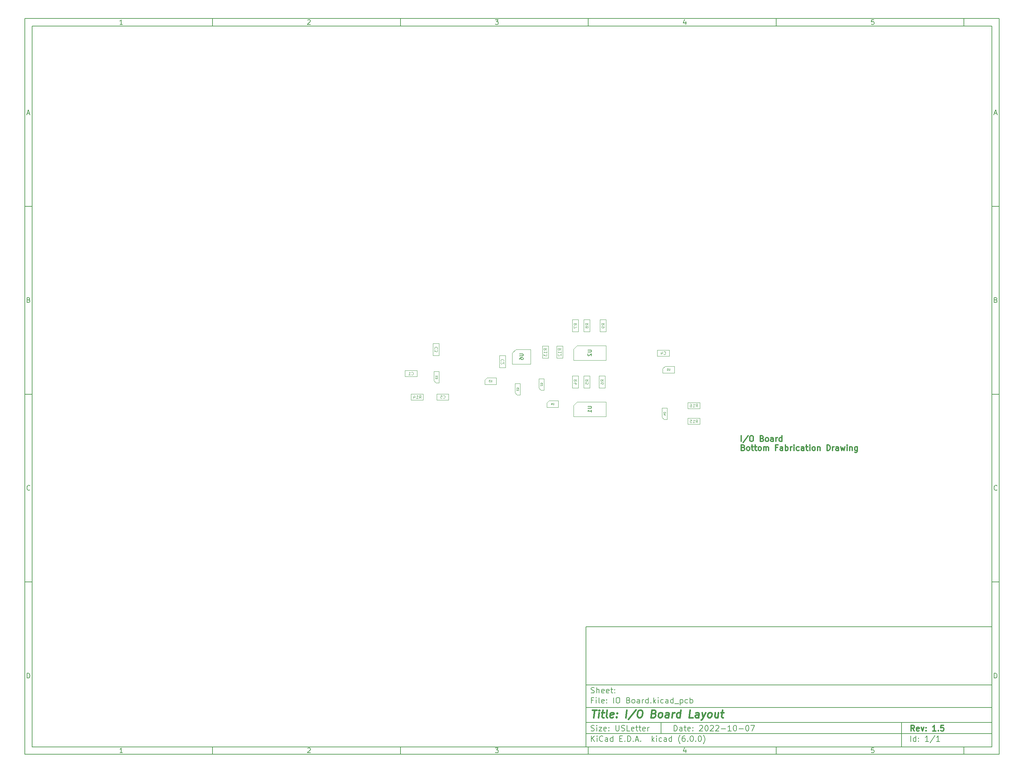
<source format=gbr>
G04 #@! TF.GenerationSoftware,KiCad,Pcbnew,(6.0.0)*
G04 #@! TF.CreationDate,2023-02-09T15:45:20-05:00*
G04 #@! TF.ProjectId,IO Board,494f2042-6f61-4726-942e-6b696361645f,1.5*
G04 #@! TF.SameCoordinates,Original*
G04 #@! TF.FileFunction,AssemblyDrawing,Bot*
%FSLAX46Y46*%
G04 Gerber Fmt 4.6, Leading zero omitted, Abs format (unit mm)*
G04 Created by KiCad (PCBNEW (6.0.0)) date 2023-02-09 15:45:20*
%MOMM*%
%LPD*%
G01*
G04 APERTURE LIST*
%ADD10C,0.100000*%
%ADD11C,0.150000*%
%ADD12C,0.300000*%
%ADD13C,0.400000*%
%ADD14C,0.075000*%
%ADD15C,0.120000*%
G04 APERTURE END LIST*
D10*
D11*
X159400000Y-171900000D02*
X159400000Y-203900000D01*
X267400000Y-203900000D01*
X267400000Y-171900000D01*
X159400000Y-171900000D01*
D10*
D11*
X10000000Y-10000000D02*
X10000000Y-205900000D01*
X269400000Y-205900000D01*
X269400000Y-10000000D01*
X10000000Y-10000000D01*
D10*
D11*
X12000000Y-12000000D02*
X12000000Y-203900000D01*
X267400000Y-203900000D01*
X267400000Y-12000000D01*
X12000000Y-12000000D01*
D10*
D11*
X60000000Y-12000000D02*
X60000000Y-10000000D01*
D10*
D11*
X110000000Y-12000000D02*
X110000000Y-10000000D01*
D10*
D11*
X160000000Y-12000000D02*
X160000000Y-10000000D01*
D10*
D11*
X210000000Y-12000000D02*
X210000000Y-10000000D01*
D10*
D11*
X260000000Y-12000000D02*
X260000000Y-10000000D01*
D10*
D11*
X36065476Y-11588095D02*
X35322619Y-11588095D01*
X35694047Y-11588095D02*
X35694047Y-10288095D01*
X35570238Y-10473809D01*
X35446428Y-10597619D01*
X35322619Y-10659523D01*
D10*
D11*
X85322619Y-10411904D02*
X85384523Y-10350000D01*
X85508333Y-10288095D01*
X85817857Y-10288095D01*
X85941666Y-10350000D01*
X86003571Y-10411904D01*
X86065476Y-10535714D01*
X86065476Y-10659523D01*
X86003571Y-10845238D01*
X85260714Y-11588095D01*
X86065476Y-11588095D01*
D10*
D11*
X135260714Y-10288095D02*
X136065476Y-10288095D01*
X135632142Y-10783333D01*
X135817857Y-10783333D01*
X135941666Y-10845238D01*
X136003571Y-10907142D01*
X136065476Y-11030952D01*
X136065476Y-11340476D01*
X136003571Y-11464285D01*
X135941666Y-11526190D01*
X135817857Y-11588095D01*
X135446428Y-11588095D01*
X135322619Y-11526190D01*
X135260714Y-11464285D01*
D10*
D11*
X185941666Y-10721428D02*
X185941666Y-11588095D01*
X185632142Y-10226190D02*
X185322619Y-11154761D01*
X186127380Y-11154761D01*
D10*
D11*
X236003571Y-10288095D02*
X235384523Y-10288095D01*
X235322619Y-10907142D01*
X235384523Y-10845238D01*
X235508333Y-10783333D01*
X235817857Y-10783333D01*
X235941666Y-10845238D01*
X236003571Y-10907142D01*
X236065476Y-11030952D01*
X236065476Y-11340476D01*
X236003571Y-11464285D01*
X235941666Y-11526190D01*
X235817857Y-11588095D01*
X235508333Y-11588095D01*
X235384523Y-11526190D01*
X235322619Y-11464285D01*
D10*
D11*
X60000000Y-203900000D02*
X60000000Y-205900000D01*
D10*
D11*
X110000000Y-203900000D02*
X110000000Y-205900000D01*
D10*
D11*
X160000000Y-203900000D02*
X160000000Y-205900000D01*
D10*
D11*
X210000000Y-203900000D02*
X210000000Y-205900000D01*
D10*
D11*
X260000000Y-203900000D02*
X260000000Y-205900000D01*
D10*
D11*
X36065476Y-205488095D02*
X35322619Y-205488095D01*
X35694047Y-205488095D02*
X35694047Y-204188095D01*
X35570238Y-204373809D01*
X35446428Y-204497619D01*
X35322619Y-204559523D01*
D10*
D11*
X85322619Y-204311904D02*
X85384523Y-204250000D01*
X85508333Y-204188095D01*
X85817857Y-204188095D01*
X85941666Y-204250000D01*
X86003571Y-204311904D01*
X86065476Y-204435714D01*
X86065476Y-204559523D01*
X86003571Y-204745238D01*
X85260714Y-205488095D01*
X86065476Y-205488095D01*
D10*
D11*
X135260714Y-204188095D02*
X136065476Y-204188095D01*
X135632142Y-204683333D01*
X135817857Y-204683333D01*
X135941666Y-204745238D01*
X136003571Y-204807142D01*
X136065476Y-204930952D01*
X136065476Y-205240476D01*
X136003571Y-205364285D01*
X135941666Y-205426190D01*
X135817857Y-205488095D01*
X135446428Y-205488095D01*
X135322619Y-205426190D01*
X135260714Y-205364285D01*
D10*
D11*
X185941666Y-204621428D02*
X185941666Y-205488095D01*
X185632142Y-204126190D02*
X185322619Y-205054761D01*
X186127380Y-205054761D01*
D10*
D11*
X236003571Y-204188095D02*
X235384523Y-204188095D01*
X235322619Y-204807142D01*
X235384523Y-204745238D01*
X235508333Y-204683333D01*
X235817857Y-204683333D01*
X235941666Y-204745238D01*
X236003571Y-204807142D01*
X236065476Y-204930952D01*
X236065476Y-205240476D01*
X236003571Y-205364285D01*
X235941666Y-205426190D01*
X235817857Y-205488095D01*
X235508333Y-205488095D01*
X235384523Y-205426190D01*
X235322619Y-205364285D01*
D10*
D11*
X10000000Y-60000000D02*
X12000000Y-60000000D01*
D10*
D11*
X10000000Y-110000000D02*
X12000000Y-110000000D01*
D10*
D11*
X10000000Y-160000000D02*
X12000000Y-160000000D01*
D10*
D11*
X10690476Y-35216666D02*
X11309523Y-35216666D01*
X10566666Y-35588095D02*
X11000000Y-34288095D01*
X11433333Y-35588095D01*
D10*
D11*
X11092857Y-84907142D02*
X11278571Y-84969047D01*
X11340476Y-85030952D01*
X11402380Y-85154761D01*
X11402380Y-85340476D01*
X11340476Y-85464285D01*
X11278571Y-85526190D01*
X11154761Y-85588095D01*
X10659523Y-85588095D01*
X10659523Y-84288095D01*
X11092857Y-84288095D01*
X11216666Y-84350000D01*
X11278571Y-84411904D01*
X11340476Y-84535714D01*
X11340476Y-84659523D01*
X11278571Y-84783333D01*
X11216666Y-84845238D01*
X11092857Y-84907142D01*
X10659523Y-84907142D01*
D10*
D11*
X11402380Y-135464285D02*
X11340476Y-135526190D01*
X11154761Y-135588095D01*
X11030952Y-135588095D01*
X10845238Y-135526190D01*
X10721428Y-135402380D01*
X10659523Y-135278571D01*
X10597619Y-135030952D01*
X10597619Y-134845238D01*
X10659523Y-134597619D01*
X10721428Y-134473809D01*
X10845238Y-134350000D01*
X11030952Y-134288095D01*
X11154761Y-134288095D01*
X11340476Y-134350000D01*
X11402380Y-134411904D01*
D10*
D11*
X10659523Y-185588095D02*
X10659523Y-184288095D01*
X10969047Y-184288095D01*
X11154761Y-184350000D01*
X11278571Y-184473809D01*
X11340476Y-184597619D01*
X11402380Y-184845238D01*
X11402380Y-185030952D01*
X11340476Y-185278571D01*
X11278571Y-185402380D01*
X11154761Y-185526190D01*
X10969047Y-185588095D01*
X10659523Y-185588095D01*
D10*
D11*
X269400000Y-60000000D02*
X267400000Y-60000000D01*
D10*
D11*
X269400000Y-110000000D02*
X267400000Y-110000000D01*
D10*
D11*
X269400000Y-160000000D02*
X267400000Y-160000000D01*
D10*
D11*
X268090476Y-35216666D02*
X268709523Y-35216666D01*
X267966666Y-35588095D02*
X268400000Y-34288095D01*
X268833333Y-35588095D01*
D10*
D11*
X268492857Y-84907142D02*
X268678571Y-84969047D01*
X268740476Y-85030952D01*
X268802380Y-85154761D01*
X268802380Y-85340476D01*
X268740476Y-85464285D01*
X268678571Y-85526190D01*
X268554761Y-85588095D01*
X268059523Y-85588095D01*
X268059523Y-84288095D01*
X268492857Y-84288095D01*
X268616666Y-84350000D01*
X268678571Y-84411904D01*
X268740476Y-84535714D01*
X268740476Y-84659523D01*
X268678571Y-84783333D01*
X268616666Y-84845238D01*
X268492857Y-84907142D01*
X268059523Y-84907142D01*
D10*
D11*
X268802380Y-135464285D02*
X268740476Y-135526190D01*
X268554761Y-135588095D01*
X268430952Y-135588095D01*
X268245238Y-135526190D01*
X268121428Y-135402380D01*
X268059523Y-135278571D01*
X267997619Y-135030952D01*
X267997619Y-134845238D01*
X268059523Y-134597619D01*
X268121428Y-134473809D01*
X268245238Y-134350000D01*
X268430952Y-134288095D01*
X268554761Y-134288095D01*
X268740476Y-134350000D01*
X268802380Y-134411904D01*
D10*
D11*
X268059523Y-185588095D02*
X268059523Y-184288095D01*
X268369047Y-184288095D01*
X268554761Y-184350000D01*
X268678571Y-184473809D01*
X268740476Y-184597619D01*
X268802380Y-184845238D01*
X268802380Y-185030952D01*
X268740476Y-185278571D01*
X268678571Y-185402380D01*
X268554761Y-185526190D01*
X268369047Y-185588095D01*
X268059523Y-185588095D01*
D10*
D11*
X182832142Y-199678571D02*
X182832142Y-198178571D01*
X183189285Y-198178571D01*
X183403571Y-198250000D01*
X183546428Y-198392857D01*
X183617857Y-198535714D01*
X183689285Y-198821428D01*
X183689285Y-199035714D01*
X183617857Y-199321428D01*
X183546428Y-199464285D01*
X183403571Y-199607142D01*
X183189285Y-199678571D01*
X182832142Y-199678571D01*
X184975000Y-199678571D02*
X184975000Y-198892857D01*
X184903571Y-198750000D01*
X184760714Y-198678571D01*
X184475000Y-198678571D01*
X184332142Y-198750000D01*
X184975000Y-199607142D02*
X184832142Y-199678571D01*
X184475000Y-199678571D01*
X184332142Y-199607142D01*
X184260714Y-199464285D01*
X184260714Y-199321428D01*
X184332142Y-199178571D01*
X184475000Y-199107142D01*
X184832142Y-199107142D01*
X184975000Y-199035714D01*
X185475000Y-198678571D02*
X186046428Y-198678571D01*
X185689285Y-198178571D02*
X185689285Y-199464285D01*
X185760714Y-199607142D01*
X185903571Y-199678571D01*
X186046428Y-199678571D01*
X187117857Y-199607142D02*
X186975000Y-199678571D01*
X186689285Y-199678571D01*
X186546428Y-199607142D01*
X186475000Y-199464285D01*
X186475000Y-198892857D01*
X186546428Y-198750000D01*
X186689285Y-198678571D01*
X186975000Y-198678571D01*
X187117857Y-198750000D01*
X187189285Y-198892857D01*
X187189285Y-199035714D01*
X186475000Y-199178571D01*
X187832142Y-199535714D02*
X187903571Y-199607142D01*
X187832142Y-199678571D01*
X187760714Y-199607142D01*
X187832142Y-199535714D01*
X187832142Y-199678571D01*
X187832142Y-198750000D02*
X187903571Y-198821428D01*
X187832142Y-198892857D01*
X187760714Y-198821428D01*
X187832142Y-198750000D01*
X187832142Y-198892857D01*
X189617857Y-198321428D02*
X189689285Y-198250000D01*
X189832142Y-198178571D01*
X190189285Y-198178571D01*
X190332142Y-198250000D01*
X190403571Y-198321428D01*
X190475000Y-198464285D01*
X190475000Y-198607142D01*
X190403571Y-198821428D01*
X189546428Y-199678571D01*
X190475000Y-199678571D01*
X191403571Y-198178571D02*
X191546428Y-198178571D01*
X191689285Y-198250000D01*
X191760714Y-198321428D01*
X191832142Y-198464285D01*
X191903571Y-198750000D01*
X191903571Y-199107142D01*
X191832142Y-199392857D01*
X191760714Y-199535714D01*
X191689285Y-199607142D01*
X191546428Y-199678571D01*
X191403571Y-199678571D01*
X191260714Y-199607142D01*
X191189285Y-199535714D01*
X191117857Y-199392857D01*
X191046428Y-199107142D01*
X191046428Y-198750000D01*
X191117857Y-198464285D01*
X191189285Y-198321428D01*
X191260714Y-198250000D01*
X191403571Y-198178571D01*
X192475000Y-198321428D02*
X192546428Y-198250000D01*
X192689285Y-198178571D01*
X193046428Y-198178571D01*
X193189285Y-198250000D01*
X193260714Y-198321428D01*
X193332142Y-198464285D01*
X193332142Y-198607142D01*
X193260714Y-198821428D01*
X192403571Y-199678571D01*
X193332142Y-199678571D01*
X193903571Y-198321428D02*
X193975000Y-198250000D01*
X194117857Y-198178571D01*
X194475000Y-198178571D01*
X194617857Y-198250000D01*
X194689285Y-198321428D01*
X194760714Y-198464285D01*
X194760714Y-198607142D01*
X194689285Y-198821428D01*
X193832142Y-199678571D01*
X194760714Y-199678571D01*
X195403571Y-199107142D02*
X196546428Y-199107142D01*
X198046428Y-199678571D02*
X197189285Y-199678571D01*
X197617857Y-199678571D02*
X197617857Y-198178571D01*
X197475000Y-198392857D01*
X197332142Y-198535714D01*
X197189285Y-198607142D01*
X198975000Y-198178571D02*
X199117857Y-198178571D01*
X199260714Y-198250000D01*
X199332142Y-198321428D01*
X199403571Y-198464285D01*
X199475000Y-198750000D01*
X199475000Y-199107142D01*
X199403571Y-199392857D01*
X199332142Y-199535714D01*
X199260714Y-199607142D01*
X199117857Y-199678571D01*
X198975000Y-199678571D01*
X198832142Y-199607142D01*
X198760714Y-199535714D01*
X198689285Y-199392857D01*
X198617857Y-199107142D01*
X198617857Y-198750000D01*
X198689285Y-198464285D01*
X198760714Y-198321428D01*
X198832142Y-198250000D01*
X198975000Y-198178571D01*
X200117857Y-199107142D02*
X201260714Y-199107142D01*
X202260714Y-198178571D02*
X202403571Y-198178571D01*
X202546428Y-198250000D01*
X202617857Y-198321428D01*
X202689285Y-198464285D01*
X202760714Y-198750000D01*
X202760714Y-199107142D01*
X202689285Y-199392857D01*
X202617857Y-199535714D01*
X202546428Y-199607142D01*
X202403571Y-199678571D01*
X202260714Y-199678571D01*
X202117857Y-199607142D01*
X202046428Y-199535714D01*
X201975000Y-199392857D01*
X201903571Y-199107142D01*
X201903571Y-198750000D01*
X201975000Y-198464285D01*
X202046428Y-198321428D01*
X202117857Y-198250000D01*
X202260714Y-198178571D01*
X203260714Y-198178571D02*
X204260714Y-198178571D01*
X203617857Y-199678571D01*
D10*
D11*
X159400000Y-200400000D02*
X267400000Y-200400000D01*
D10*
D11*
X160832142Y-202478571D02*
X160832142Y-200978571D01*
X161689285Y-202478571D02*
X161046428Y-201621428D01*
X161689285Y-200978571D02*
X160832142Y-201835714D01*
X162332142Y-202478571D02*
X162332142Y-201478571D01*
X162332142Y-200978571D02*
X162260714Y-201050000D01*
X162332142Y-201121428D01*
X162403571Y-201050000D01*
X162332142Y-200978571D01*
X162332142Y-201121428D01*
X163903571Y-202335714D02*
X163832142Y-202407142D01*
X163617857Y-202478571D01*
X163475000Y-202478571D01*
X163260714Y-202407142D01*
X163117857Y-202264285D01*
X163046428Y-202121428D01*
X162975000Y-201835714D01*
X162975000Y-201621428D01*
X163046428Y-201335714D01*
X163117857Y-201192857D01*
X163260714Y-201050000D01*
X163475000Y-200978571D01*
X163617857Y-200978571D01*
X163832142Y-201050000D01*
X163903571Y-201121428D01*
X165189285Y-202478571D02*
X165189285Y-201692857D01*
X165117857Y-201550000D01*
X164975000Y-201478571D01*
X164689285Y-201478571D01*
X164546428Y-201550000D01*
X165189285Y-202407142D02*
X165046428Y-202478571D01*
X164689285Y-202478571D01*
X164546428Y-202407142D01*
X164475000Y-202264285D01*
X164475000Y-202121428D01*
X164546428Y-201978571D01*
X164689285Y-201907142D01*
X165046428Y-201907142D01*
X165189285Y-201835714D01*
X166546428Y-202478571D02*
X166546428Y-200978571D01*
X166546428Y-202407142D02*
X166403571Y-202478571D01*
X166117857Y-202478571D01*
X165975000Y-202407142D01*
X165903571Y-202335714D01*
X165832142Y-202192857D01*
X165832142Y-201764285D01*
X165903571Y-201621428D01*
X165975000Y-201550000D01*
X166117857Y-201478571D01*
X166403571Y-201478571D01*
X166546428Y-201550000D01*
X168403571Y-201692857D02*
X168903571Y-201692857D01*
X169117857Y-202478571D02*
X168403571Y-202478571D01*
X168403571Y-200978571D01*
X169117857Y-200978571D01*
X169760714Y-202335714D02*
X169832142Y-202407142D01*
X169760714Y-202478571D01*
X169689285Y-202407142D01*
X169760714Y-202335714D01*
X169760714Y-202478571D01*
X170475000Y-202478571D02*
X170475000Y-200978571D01*
X170832142Y-200978571D01*
X171046428Y-201050000D01*
X171189285Y-201192857D01*
X171260714Y-201335714D01*
X171332142Y-201621428D01*
X171332142Y-201835714D01*
X171260714Y-202121428D01*
X171189285Y-202264285D01*
X171046428Y-202407142D01*
X170832142Y-202478571D01*
X170475000Y-202478571D01*
X171975000Y-202335714D02*
X172046428Y-202407142D01*
X171975000Y-202478571D01*
X171903571Y-202407142D01*
X171975000Y-202335714D01*
X171975000Y-202478571D01*
X172617857Y-202050000D02*
X173332142Y-202050000D01*
X172475000Y-202478571D02*
X172975000Y-200978571D01*
X173475000Y-202478571D01*
X173975000Y-202335714D02*
X174046428Y-202407142D01*
X173975000Y-202478571D01*
X173903571Y-202407142D01*
X173975000Y-202335714D01*
X173975000Y-202478571D01*
X176975000Y-202478571D02*
X176975000Y-200978571D01*
X177117857Y-201907142D02*
X177546428Y-202478571D01*
X177546428Y-201478571D02*
X176975000Y-202050000D01*
X178189285Y-202478571D02*
X178189285Y-201478571D01*
X178189285Y-200978571D02*
X178117857Y-201050000D01*
X178189285Y-201121428D01*
X178260714Y-201050000D01*
X178189285Y-200978571D01*
X178189285Y-201121428D01*
X179546428Y-202407142D02*
X179403571Y-202478571D01*
X179117857Y-202478571D01*
X178975000Y-202407142D01*
X178903571Y-202335714D01*
X178832142Y-202192857D01*
X178832142Y-201764285D01*
X178903571Y-201621428D01*
X178975000Y-201550000D01*
X179117857Y-201478571D01*
X179403571Y-201478571D01*
X179546428Y-201550000D01*
X180832142Y-202478571D02*
X180832142Y-201692857D01*
X180760714Y-201550000D01*
X180617857Y-201478571D01*
X180332142Y-201478571D01*
X180189285Y-201550000D01*
X180832142Y-202407142D02*
X180689285Y-202478571D01*
X180332142Y-202478571D01*
X180189285Y-202407142D01*
X180117857Y-202264285D01*
X180117857Y-202121428D01*
X180189285Y-201978571D01*
X180332142Y-201907142D01*
X180689285Y-201907142D01*
X180832142Y-201835714D01*
X182189285Y-202478571D02*
X182189285Y-200978571D01*
X182189285Y-202407142D02*
X182046428Y-202478571D01*
X181760714Y-202478571D01*
X181617857Y-202407142D01*
X181546428Y-202335714D01*
X181475000Y-202192857D01*
X181475000Y-201764285D01*
X181546428Y-201621428D01*
X181617857Y-201550000D01*
X181760714Y-201478571D01*
X182046428Y-201478571D01*
X182189285Y-201550000D01*
X184475000Y-203050000D02*
X184403571Y-202978571D01*
X184260714Y-202764285D01*
X184189285Y-202621428D01*
X184117857Y-202407142D01*
X184046428Y-202050000D01*
X184046428Y-201764285D01*
X184117857Y-201407142D01*
X184189285Y-201192857D01*
X184260714Y-201050000D01*
X184403571Y-200835714D01*
X184475000Y-200764285D01*
X185689285Y-200978571D02*
X185403571Y-200978571D01*
X185260714Y-201050000D01*
X185189285Y-201121428D01*
X185046428Y-201335714D01*
X184975000Y-201621428D01*
X184975000Y-202192857D01*
X185046428Y-202335714D01*
X185117857Y-202407142D01*
X185260714Y-202478571D01*
X185546428Y-202478571D01*
X185689285Y-202407142D01*
X185760714Y-202335714D01*
X185832142Y-202192857D01*
X185832142Y-201835714D01*
X185760714Y-201692857D01*
X185689285Y-201621428D01*
X185546428Y-201550000D01*
X185260714Y-201550000D01*
X185117857Y-201621428D01*
X185046428Y-201692857D01*
X184975000Y-201835714D01*
X186475000Y-202335714D02*
X186546428Y-202407142D01*
X186475000Y-202478571D01*
X186403571Y-202407142D01*
X186475000Y-202335714D01*
X186475000Y-202478571D01*
X187475000Y-200978571D02*
X187617857Y-200978571D01*
X187760714Y-201050000D01*
X187832142Y-201121428D01*
X187903571Y-201264285D01*
X187975000Y-201550000D01*
X187975000Y-201907142D01*
X187903571Y-202192857D01*
X187832142Y-202335714D01*
X187760714Y-202407142D01*
X187617857Y-202478571D01*
X187475000Y-202478571D01*
X187332142Y-202407142D01*
X187260714Y-202335714D01*
X187189285Y-202192857D01*
X187117857Y-201907142D01*
X187117857Y-201550000D01*
X187189285Y-201264285D01*
X187260714Y-201121428D01*
X187332142Y-201050000D01*
X187475000Y-200978571D01*
X188617857Y-202335714D02*
X188689285Y-202407142D01*
X188617857Y-202478571D01*
X188546428Y-202407142D01*
X188617857Y-202335714D01*
X188617857Y-202478571D01*
X189617857Y-200978571D02*
X189760714Y-200978571D01*
X189903571Y-201050000D01*
X189975000Y-201121428D01*
X190046428Y-201264285D01*
X190117857Y-201550000D01*
X190117857Y-201907142D01*
X190046428Y-202192857D01*
X189975000Y-202335714D01*
X189903571Y-202407142D01*
X189760714Y-202478571D01*
X189617857Y-202478571D01*
X189475000Y-202407142D01*
X189403571Y-202335714D01*
X189332142Y-202192857D01*
X189260714Y-201907142D01*
X189260714Y-201550000D01*
X189332142Y-201264285D01*
X189403571Y-201121428D01*
X189475000Y-201050000D01*
X189617857Y-200978571D01*
X190617857Y-203050000D02*
X190689285Y-202978571D01*
X190832142Y-202764285D01*
X190903571Y-202621428D01*
X190975000Y-202407142D01*
X191046428Y-202050000D01*
X191046428Y-201764285D01*
X190975000Y-201407142D01*
X190903571Y-201192857D01*
X190832142Y-201050000D01*
X190689285Y-200835714D01*
X190617857Y-200764285D01*
D10*
D11*
X159400000Y-197400000D02*
X267400000Y-197400000D01*
D10*
D12*
X246809285Y-199678571D02*
X246309285Y-198964285D01*
X245952142Y-199678571D02*
X245952142Y-198178571D01*
X246523571Y-198178571D01*
X246666428Y-198250000D01*
X246737857Y-198321428D01*
X246809285Y-198464285D01*
X246809285Y-198678571D01*
X246737857Y-198821428D01*
X246666428Y-198892857D01*
X246523571Y-198964285D01*
X245952142Y-198964285D01*
X248023571Y-199607142D02*
X247880714Y-199678571D01*
X247595000Y-199678571D01*
X247452142Y-199607142D01*
X247380714Y-199464285D01*
X247380714Y-198892857D01*
X247452142Y-198750000D01*
X247595000Y-198678571D01*
X247880714Y-198678571D01*
X248023571Y-198750000D01*
X248095000Y-198892857D01*
X248095000Y-199035714D01*
X247380714Y-199178571D01*
X248595000Y-198678571D02*
X248952142Y-199678571D01*
X249309285Y-198678571D01*
X249880714Y-199535714D02*
X249952142Y-199607142D01*
X249880714Y-199678571D01*
X249809285Y-199607142D01*
X249880714Y-199535714D01*
X249880714Y-199678571D01*
X249880714Y-198750000D02*
X249952142Y-198821428D01*
X249880714Y-198892857D01*
X249809285Y-198821428D01*
X249880714Y-198750000D01*
X249880714Y-198892857D01*
X252523571Y-199678571D02*
X251666428Y-199678571D01*
X252095000Y-199678571D02*
X252095000Y-198178571D01*
X251952142Y-198392857D01*
X251809285Y-198535714D01*
X251666428Y-198607142D01*
X253166428Y-199535714D02*
X253237857Y-199607142D01*
X253166428Y-199678571D01*
X253095000Y-199607142D01*
X253166428Y-199535714D01*
X253166428Y-199678571D01*
X254595000Y-198178571D02*
X253880714Y-198178571D01*
X253809285Y-198892857D01*
X253880714Y-198821428D01*
X254023571Y-198750000D01*
X254380714Y-198750000D01*
X254523571Y-198821428D01*
X254595000Y-198892857D01*
X254666428Y-199035714D01*
X254666428Y-199392857D01*
X254595000Y-199535714D01*
X254523571Y-199607142D01*
X254380714Y-199678571D01*
X254023571Y-199678571D01*
X253880714Y-199607142D01*
X253809285Y-199535714D01*
D10*
D11*
X160760714Y-199607142D02*
X160975000Y-199678571D01*
X161332142Y-199678571D01*
X161475000Y-199607142D01*
X161546428Y-199535714D01*
X161617857Y-199392857D01*
X161617857Y-199250000D01*
X161546428Y-199107142D01*
X161475000Y-199035714D01*
X161332142Y-198964285D01*
X161046428Y-198892857D01*
X160903571Y-198821428D01*
X160832142Y-198750000D01*
X160760714Y-198607142D01*
X160760714Y-198464285D01*
X160832142Y-198321428D01*
X160903571Y-198250000D01*
X161046428Y-198178571D01*
X161403571Y-198178571D01*
X161617857Y-198250000D01*
X162260714Y-199678571D02*
X162260714Y-198678571D01*
X162260714Y-198178571D02*
X162189285Y-198250000D01*
X162260714Y-198321428D01*
X162332142Y-198250000D01*
X162260714Y-198178571D01*
X162260714Y-198321428D01*
X162832142Y-198678571D02*
X163617857Y-198678571D01*
X162832142Y-199678571D01*
X163617857Y-199678571D01*
X164760714Y-199607142D02*
X164617857Y-199678571D01*
X164332142Y-199678571D01*
X164189285Y-199607142D01*
X164117857Y-199464285D01*
X164117857Y-198892857D01*
X164189285Y-198750000D01*
X164332142Y-198678571D01*
X164617857Y-198678571D01*
X164760714Y-198750000D01*
X164832142Y-198892857D01*
X164832142Y-199035714D01*
X164117857Y-199178571D01*
X165475000Y-199535714D02*
X165546428Y-199607142D01*
X165475000Y-199678571D01*
X165403571Y-199607142D01*
X165475000Y-199535714D01*
X165475000Y-199678571D01*
X165475000Y-198750000D02*
X165546428Y-198821428D01*
X165475000Y-198892857D01*
X165403571Y-198821428D01*
X165475000Y-198750000D01*
X165475000Y-198892857D01*
X167332142Y-198178571D02*
X167332142Y-199392857D01*
X167403571Y-199535714D01*
X167475000Y-199607142D01*
X167617857Y-199678571D01*
X167903571Y-199678571D01*
X168046428Y-199607142D01*
X168117857Y-199535714D01*
X168189285Y-199392857D01*
X168189285Y-198178571D01*
X168832142Y-199607142D02*
X169046428Y-199678571D01*
X169403571Y-199678571D01*
X169546428Y-199607142D01*
X169617857Y-199535714D01*
X169689285Y-199392857D01*
X169689285Y-199250000D01*
X169617857Y-199107142D01*
X169546428Y-199035714D01*
X169403571Y-198964285D01*
X169117857Y-198892857D01*
X168975000Y-198821428D01*
X168903571Y-198750000D01*
X168832142Y-198607142D01*
X168832142Y-198464285D01*
X168903571Y-198321428D01*
X168975000Y-198250000D01*
X169117857Y-198178571D01*
X169475000Y-198178571D01*
X169689285Y-198250000D01*
X171046428Y-199678571D02*
X170332142Y-199678571D01*
X170332142Y-198178571D01*
X172117857Y-199607142D02*
X171975000Y-199678571D01*
X171689285Y-199678571D01*
X171546428Y-199607142D01*
X171475000Y-199464285D01*
X171475000Y-198892857D01*
X171546428Y-198750000D01*
X171689285Y-198678571D01*
X171975000Y-198678571D01*
X172117857Y-198750000D01*
X172189285Y-198892857D01*
X172189285Y-199035714D01*
X171475000Y-199178571D01*
X172617857Y-198678571D02*
X173189285Y-198678571D01*
X172832142Y-198178571D02*
X172832142Y-199464285D01*
X172903571Y-199607142D01*
X173046428Y-199678571D01*
X173189285Y-199678571D01*
X173475000Y-198678571D02*
X174046428Y-198678571D01*
X173689285Y-198178571D02*
X173689285Y-199464285D01*
X173760714Y-199607142D01*
X173903571Y-199678571D01*
X174046428Y-199678571D01*
X175117857Y-199607142D02*
X174975000Y-199678571D01*
X174689285Y-199678571D01*
X174546428Y-199607142D01*
X174475000Y-199464285D01*
X174475000Y-198892857D01*
X174546428Y-198750000D01*
X174689285Y-198678571D01*
X174975000Y-198678571D01*
X175117857Y-198750000D01*
X175189285Y-198892857D01*
X175189285Y-199035714D01*
X174475000Y-199178571D01*
X175832142Y-199678571D02*
X175832142Y-198678571D01*
X175832142Y-198964285D02*
X175903571Y-198821428D01*
X175975000Y-198750000D01*
X176117857Y-198678571D01*
X176260714Y-198678571D01*
D10*
D11*
X245832142Y-202478571D02*
X245832142Y-200978571D01*
X247189285Y-202478571D02*
X247189285Y-200978571D01*
X247189285Y-202407142D02*
X247046428Y-202478571D01*
X246760714Y-202478571D01*
X246617857Y-202407142D01*
X246546428Y-202335714D01*
X246475000Y-202192857D01*
X246475000Y-201764285D01*
X246546428Y-201621428D01*
X246617857Y-201550000D01*
X246760714Y-201478571D01*
X247046428Y-201478571D01*
X247189285Y-201550000D01*
X247903571Y-202335714D02*
X247975000Y-202407142D01*
X247903571Y-202478571D01*
X247832142Y-202407142D01*
X247903571Y-202335714D01*
X247903571Y-202478571D01*
X247903571Y-201550000D02*
X247975000Y-201621428D01*
X247903571Y-201692857D01*
X247832142Y-201621428D01*
X247903571Y-201550000D01*
X247903571Y-201692857D01*
X250546428Y-202478571D02*
X249689285Y-202478571D01*
X250117857Y-202478571D02*
X250117857Y-200978571D01*
X249975000Y-201192857D01*
X249832142Y-201335714D01*
X249689285Y-201407142D01*
X252260714Y-200907142D02*
X250975000Y-202835714D01*
X253546428Y-202478571D02*
X252689285Y-202478571D01*
X253117857Y-202478571D02*
X253117857Y-200978571D01*
X252975000Y-201192857D01*
X252832142Y-201335714D01*
X252689285Y-201407142D01*
D10*
D11*
X159400000Y-193400000D02*
X267400000Y-193400000D01*
D10*
D13*
X161112380Y-194104761D02*
X162255238Y-194104761D01*
X161433809Y-196104761D02*
X161683809Y-194104761D01*
X162671904Y-196104761D02*
X162838571Y-194771428D01*
X162921904Y-194104761D02*
X162814761Y-194200000D01*
X162898095Y-194295238D01*
X163005238Y-194200000D01*
X162921904Y-194104761D01*
X162898095Y-194295238D01*
X163505238Y-194771428D02*
X164267142Y-194771428D01*
X163874285Y-194104761D02*
X163660000Y-195819047D01*
X163731428Y-196009523D01*
X163910000Y-196104761D01*
X164100476Y-196104761D01*
X165052857Y-196104761D02*
X164874285Y-196009523D01*
X164802857Y-195819047D01*
X165017142Y-194104761D01*
X166588571Y-196009523D02*
X166386190Y-196104761D01*
X166005238Y-196104761D01*
X165826666Y-196009523D01*
X165755238Y-195819047D01*
X165850476Y-195057142D01*
X165969523Y-194866666D01*
X166171904Y-194771428D01*
X166552857Y-194771428D01*
X166731428Y-194866666D01*
X166802857Y-195057142D01*
X166779047Y-195247619D01*
X165802857Y-195438095D01*
X167552857Y-195914285D02*
X167636190Y-196009523D01*
X167529047Y-196104761D01*
X167445714Y-196009523D01*
X167552857Y-195914285D01*
X167529047Y-196104761D01*
X167683809Y-194866666D02*
X167767142Y-194961904D01*
X167660000Y-195057142D01*
X167576666Y-194961904D01*
X167683809Y-194866666D01*
X167660000Y-195057142D01*
X170005238Y-196104761D02*
X170255238Y-194104761D01*
X172648095Y-194009523D02*
X170612380Y-196580952D01*
X173683809Y-194104761D02*
X174064761Y-194104761D01*
X174243333Y-194200000D01*
X174410000Y-194390476D01*
X174457619Y-194771428D01*
X174374285Y-195438095D01*
X174231428Y-195819047D01*
X174017142Y-196009523D01*
X173814761Y-196104761D01*
X173433809Y-196104761D01*
X173255238Y-196009523D01*
X173088571Y-195819047D01*
X173040952Y-195438095D01*
X173124285Y-194771428D01*
X173267142Y-194390476D01*
X173481428Y-194200000D01*
X173683809Y-194104761D01*
X177469523Y-195057142D02*
X177743333Y-195152380D01*
X177826666Y-195247619D01*
X177898095Y-195438095D01*
X177862380Y-195723809D01*
X177743333Y-195914285D01*
X177636190Y-196009523D01*
X177433809Y-196104761D01*
X176671904Y-196104761D01*
X176921904Y-194104761D01*
X177588571Y-194104761D01*
X177767142Y-194200000D01*
X177850476Y-194295238D01*
X177921904Y-194485714D01*
X177898095Y-194676190D01*
X177779047Y-194866666D01*
X177671904Y-194961904D01*
X177469523Y-195057142D01*
X176802857Y-195057142D01*
X178957619Y-196104761D02*
X178779047Y-196009523D01*
X178695714Y-195914285D01*
X178624285Y-195723809D01*
X178695714Y-195152380D01*
X178814761Y-194961904D01*
X178921904Y-194866666D01*
X179124285Y-194771428D01*
X179410000Y-194771428D01*
X179588571Y-194866666D01*
X179671904Y-194961904D01*
X179743333Y-195152380D01*
X179671904Y-195723809D01*
X179552857Y-195914285D01*
X179445714Y-196009523D01*
X179243333Y-196104761D01*
X178957619Y-196104761D01*
X181338571Y-196104761D02*
X181469523Y-195057142D01*
X181398095Y-194866666D01*
X181219523Y-194771428D01*
X180838571Y-194771428D01*
X180636190Y-194866666D01*
X181350476Y-196009523D02*
X181148095Y-196104761D01*
X180671904Y-196104761D01*
X180493333Y-196009523D01*
X180421904Y-195819047D01*
X180445714Y-195628571D01*
X180564761Y-195438095D01*
X180767142Y-195342857D01*
X181243333Y-195342857D01*
X181445714Y-195247619D01*
X182290952Y-196104761D02*
X182457619Y-194771428D01*
X182410000Y-195152380D02*
X182529047Y-194961904D01*
X182636190Y-194866666D01*
X182838571Y-194771428D01*
X183029047Y-194771428D01*
X184386190Y-196104761D02*
X184636190Y-194104761D01*
X184398095Y-196009523D02*
X184195714Y-196104761D01*
X183814761Y-196104761D01*
X183636190Y-196009523D01*
X183552857Y-195914285D01*
X183481428Y-195723809D01*
X183552857Y-195152380D01*
X183671904Y-194961904D01*
X183779047Y-194866666D01*
X183981428Y-194771428D01*
X184362380Y-194771428D01*
X184540952Y-194866666D01*
X187814761Y-196104761D02*
X186862380Y-196104761D01*
X187112380Y-194104761D01*
X189338571Y-196104761D02*
X189469523Y-195057142D01*
X189398095Y-194866666D01*
X189219523Y-194771428D01*
X188838571Y-194771428D01*
X188636190Y-194866666D01*
X189350476Y-196009523D02*
X189148095Y-196104761D01*
X188671904Y-196104761D01*
X188493333Y-196009523D01*
X188421904Y-195819047D01*
X188445714Y-195628571D01*
X188564761Y-195438095D01*
X188767142Y-195342857D01*
X189243333Y-195342857D01*
X189445714Y-195247619D01*
X190267142Y-194771428D02*
X190576666Y-196104761D01*
X191219523Y-194771428D02*
X190576666Y-196104761D01*
X190326666Y-196580952D01*
X190219523Y-196676190D01*
X190017142Y-196771428D01*
X192100476Y-196104761D02*
X191921904Y-196009523D01*
X191838571Y-195914285D01*
X191767142Y-195723809D01*
X191838571Y-195152380D01*
X191957619Y-194961904D01*
X192064761Y-194866666D01*
X192267142Y-194771428D01*
X192552857Y-194771428D01*
X192731428Y-194866666D01*
X192814761Y-194961904D01*
X192886190Y-195152380D01*
X192814761Y-195723809D01*
X192695714Y-195914285D01*
X192588571Y-196009523D01*
X192386190Y-196104761D01*
X192100476Y-196104761D01*
X194648095Y-194771428D02*
X194481428Y-196104761D01*
X193790952Y-194771428D02*
X193660000Y-195819047D01*
X193731428Y-196009523D01*
X193910000Y-196104761D01*
X194195714Y-196104761D01*
X194398095Y-196009523D01*
X194505238Y-195914285D01*
X195314761Y-194771428D02*
X196076666Y-194771428D01*
X195683809Y-194104761D02*
X195469523Y-195819047D01*
X195540952Y-196009523D01*
X195719523Y-196104761D01*
X195910000Y-196104761D01*
D10*
D11*
X161332142Y-191492857D02*
X160832142Y-191492857D01*
X160832142Y-192278571D02*
X160832142Y-190778571D01*
X161546428Y-190778571D01*
X162117857Y-192278571D02*
X162117857Y-191278571D01*
X162117857Y-190778571D02*
X162046428Y-190850000D01*
X162117857Y-190921428D01*
X162189285Y-190850000D01*
X162117857Y-190778571D01*
X162117857Y-190921428D01*
X163046428Y-192278571D02*
X162903571Y-192207142D01*
X162832142Y-192064285D01*
X162832142Y-190778571D01*
X164189285Y-192207142D02*
X164046428Y-192278571D01*
X163760714Y-192278571D01*
X163617857Y-192207142D01*
X163546428Y-192064285D01*
X163546428Y-191492857D01*
X163617857Y-191350000D01*
X163760714Y-191278571D01*
X164046428Y-191278571D01*
X164189285Y-191350000D01*
X164260714Y-191492857D01*
X164260714Y-191635714D01*
X163546428Y-191778571D01*
X164903571Y-192135714D02*
X164975000Y-192207142D01*
X164903571Y-192278571D01*
X164832142Y-192207142D01*
X164903571Y-192135714D01*
X164903571Y-192278571D01*
X164903571Y-191350000D02*
X164975000Y-191421428D01*
X164903571Y-191492857D01*
X164832142Y-191421428D01*
X164903571Y-191350000D01*
X164903571Y-191492857D01*
X166760714Y-192278571D02*
X166760714Y-190778571D01*
X167760714Y-190778571D02*
X168046428Y-190778571D01*
X168189285Y-190850000D01*
X168332142Y-190992857D01*
X168403571Y-191278571D01*
X168403571Y-191778571D01*
X168332142Y-192064285D01*
X168189285Y-192207142D01*
X168046428Y-192278571D01*
X167760714Y-192278571D01*
X167617857Y-192207142D01*
X167475000Y-192064285D01*
X167403571Y-191778571D01*
X167403571Y-191278571D01*
X167475000Y-190992857D01*
X167617857Y-190850000D01*
X167760714Y-190778571D01*
X170689285Y-191492857D02*
X170903571Y-191564285D01*
X170975000Y-191635714D01*
X171046428Y-191778571D01*
X171046428Y-191992857D01*
X170975000Y-192135714D01*
X170903571Y-192207142D01*
X170760714Y-192278571D01*
X170189285Y-192278571D01*
X170189285Y-190778571D01*
X170689285Y-190778571D01*
X170832142Y-190850000D01*
X170903571Y-190921428D01*
X170975000Y-191064285D01*
X170975000Y-191207142D01*
X170903571Y-191350000D01*
X170832142Y-191421428D01*
X170689285Y-191492857D01*
X170189285Y-191492857D01*
X171903571Y-192278571D02*
X171760714Y-192207142D01*
X171689285Y-192135714D01*
X171617857Y-191992857D01*
X171617857Y-191564285D01*
X171689285Y-191421428D01*
X171760714Y-191350000D01*
X171903571Y-191278571D01*
X172117857Y-191278571D01*
X172260714Y-191350000D01*
X172332142Y-191421428D01*
X172403571Y-191564285D01*
X172403571Y-191992857D01*
X172332142Y-192135714D01*
X172260714Y-192207142D01*
X172117857Y-192278571D01*
X171903571Y-192278571D01*
X173689285Y-192278571D02*
X173689285Y-191492857D01*
X173617857Y-191350000D01*
X173475000Y-191278571D01*
X173189285Y-191278571D01*
X173046428Y-191350000D01*
X173689285Y-192207142D02*
X173546428Y-192278571D01*
X173189285Y-192278571D01*
X173046428Y-192207142D01*
X172975000Y-192064285D01*
X172975000Y-191921428D01*
X173046428Y-191778571D01*
X173189285Y-191707142D01*
X173546428Y-191707142D01*
X173689285Y-191635714D01*
X174403571Y-192278571D02*
X174403571Y-191278571D01*
X174403571Y-191564285D02*
X174475000Y-191421428D01*
X174546428Y-191350000D01*
X174689285Y-191278571D01*
X174832142Y-191278571D01*
X175975000Y-192278571D02*
X175975000Y-190778571D01*
X175975000Y-192207142D02*
X175832142Y-192278571D01*
X175546428Y-192278571D01*
X175403571Y-192207142D01*
X175332142Y-192135714D01*
X175260714Y-191992857D01*
X175260714Y-191564285D01*
X175332142Y-191421428D01*
X175403571Y-191350000D01*
X175546428Y-191278571D01*
X175832142Y-191278571D01*
X175975000Y-191350000D01*
X176689285Y-192135714D02*
X176760714Y-192207142D01*
X176689285Y-192278571D01*
X176617857Y-192207142D01*
X176689285Y-192135714D01*
X176689285Y-192278571D01*
X177403571Y-192278571D02*
X177403571Y-190778571D01*
X177546428Y-191707142D02*
X177975000Y-192278571D01*
X177975000Y-191278571D02*
X177403571Y-191850000D01*
X178617857Y-192278571D02*
X178617857Y-191278571D01*
X178617857Y-190778571D02*
X178546428Y-190850000D01*
X178617857Y-190921428D01*
X178689285Y-190850000D01*
X178617857Y-190778571D01*
X178617857Y-190921428D01*
X179975000Y-192207142D02*
X179832142Y-192278571D01*
X179546428Y-192278571D01*
X179403571Y-192207142D01*
X179332142Y-192135714D01*
X179260714Y-191992857D01*
X179260714Y-191564285D01*
X179332142Y-191421428D01*
X179403571Y-191350000D01*
X179546428Y-191278571D01*
X179832142Y-191278571D01*
X179975000Y-191350000D01*
X181260714Y-192278571D02*
X181260714Y-191492857D01*
X181189285Y-191350000D01*
X181046428Y-191278571D01*
X180760714Y-191278571D01*
X180617857Y-191350000D01*
X181260714Y-192207142D02*
X181117857Y-192278571D01*
X180760714Y-192278571D01*
X180617857Y-192207142D01*
X180546428Y-192064285D01*
X180546428Y-191921428D01*
X180617857Y-191778571D01*
X180760714Y-191707142D01*
X181117857Y-191707142D01*
X181260714Y-191635714D01*
X182617857Y-192278571D02*
X182617857Y-190778571D01*
X182617857Y-192207142D02*
X182475000Y-192278571D01*
X182189285Y-192278571D01*
X182046428Y-192207142D01*
X181975000Y-192135714D01*
X181903571Y-191992857D01*
X181903571Y-191564285D01*
X181975000Y-191421428D01*
X182046428Y-191350000D01*
X182189285Y-191278571D01*
X182475000Y-191278571D01*
X182617857Y-191350000D01*
X182975000Y-192421428D02*
X184117857Y-192421428D01*
X184475000Y-191278571D02*
X184475000Y-192778571D01*
X184475000Y-191350000D02*
X184617857Y-191278571D01*
X184903571Y-191278571D01*
X185046428Y-191350000D01*
X185117857Y-191421428D01*
X185189285Y-191564285D01*
X185189285Y-191992857D01*
X185117857Y-192135714D01*
X185046428Y-192207142D01*
X184903571Y-192278571D01*
X184617857Y-192278571D01*
X184475000Y-192207142D01*
X186475000Y-192207142D02*
X186332142Y-192278571D01*
X186046428Y-192278571D01*
X185903571Y-192207142D01*
X185832142Y-192135714D01*
X185760714Y-191992857D01*
X185760714Y-191564285D01*
X185832142Y-191421428D01*
X185903571Y-191350000D01*
X186046428Y-191278571D01*
X186332142Y-191278571D01*
X186475000Y-191350000D01*
X187117857Y-192278571D02*
X187117857Y-190778571D01*
X187117857Y-191350000D02*
X187260714Y-191278571D01*
X187546428Y-191278571D01*
X187689285Y-191350000D01*
X187760714Y-191421428D01*
X187832142Y-191564285D01*
X187832142Y-191992857D01*
X187760714Y-192135714D01*
X187689285Y-192207142D01*
X187546428Y-192278571D01*
X187260714Y-192278571D01*
X187117857Y-192207142D01*
D10*
D11*
X159400000Y-187400000D02*
X267400000Y-187400000D01*
D10*
D11*
X160760714Y-189507142D02*
X160975000Y-189578571D01*
X161332142Y-189578571D01*
X161475000Y-189507142D01*
X161546428Y-189435714D01*
X161617857Y-189292857D01*
X161617857Y-189150000D01*
X161546428Y-189007142D01*
X161475000Y-188935714D01*
X161332142Y-188864285D01*
X161046428Y-188792857D01*
X160903571Y-188721428D01*
X160832142Y-188650000D01*
X160760714Y-188507142D01*
X160760714Y-188364285D01*
X160832142Y-188221428D01*
X160903571Y-188150000D01*
X161046428Y-188078571D01*
X161403571Y-188078571D01*
X161617857Y-188150000D01*
X162260714Y-189578571D02*
X162260714Y-188078571D01*
X162903571Y-189578571D02*
X162903571Y-188792857D01*
X162832142Y-188650000D01*
X162689285Y-188578571D01*
X162475000Y-188578571D01*
X162332142Y-188650000D01*
X162260714Y-188721428D01*
X164189285Y-189507142D02*
X164046428Y-189578571D01*
X163760714Y-189578571D01*
X163617857Y-189507142D01*
X163546428Y-189364285D01*
X163546428Y-188792857D01*
X163617857Y-188650000D01*
X163760714Y-188578571D01*
X164046428Y-188578571D01*
X164189285Y-188650000D01*
X164260714Y-188792857D01*
X164260714Y-188935714D01*
X163546428Y-189078571D01*
X165475000Y-189507142D02*
X165332142Y-189578571D01*
X165046428Y-189578571D01*
X164903571Y-189507142D01*
X164832142Y-189364285D01*
X164832142Y-188792857D01*
X164903571Y-188650000D01*
X165046428Y-188578571D01*
X165332142Y-188578571D01*
X165475000Y-188650000D01*
X165546428Y-188792857D01*
X165546428Y-188935714D01*
X164832142Y-189078571D01*
X165975000Y-188578571D02*
X166546428Y-188578571D01*
X166189285Y-188078571D02*
X166189285Y-189364285D01*
X166260714Y-189507142D01*
X166403571Y-189578571D01*
X166546428Y-189578571D01*
X167046428Y-189435714D02*
X167117857Y-189507142D01*
X167046428Y-189578571D01*
X166975000Y-189507142D01*
X167046428Y-189435714D01*
X167046428Y-189578571D01*
X167046428Y-188650000D02*
X167117857Y-188721428D01*
X167046428Y-188792857D01*
X166975000Y-188721428D01*
X167046428Y-188650000D01*
X167046428Y-188792857D01*
D10*
D12*
D10*
D11*
D10*
D11*
D10*
D11*
D10*
D11*
D10*
D11*
X179400000Y-197400000D02*
X179400000Y-200400000D01*
D10*
D11*
X243400000Y-197400000D02*
X243400000Y-203900000D01*
D12*
X200750142Y-122587071D02*
X200750142Y-121087071D01*
X202535857Y-121015642D02*
X201250142Y-122944214D01*
X203321571Y-121087071D02*
X203607285Y-121087071D01*
X203750142Y-121158500D01*
X203893000Y-121301357D01*
X203964428Y-121587071D01*
X203964428Y-122087071D01*
X203893000Y-122372785D01*
X203750142Y-122515642D01*
X203607285Y-122587071D01*
X203321571Y-122587071D01*
X203178714Y-122515642D01*
X203035857Y-122372785D01*
X202964428Y-122087071D01*
X202964428Y-121587071D01*
X203035857Y-121301357D01*
X203178714Y-121158500D01*
X203321571Y-121087071D01*
X206250142Y-121801357D02*
X206464428Y-121872785D01*
X206535857Y-121944214D01*
X206607285Y-122087071D01*
X206607285Y-122301357D01*
X206535857Y-122444214D01*
X206464428Y-122515642D01*
X206321571Y-122587071D01*
X205750142Y-122587071D01*
X205750142Y-121087071D01*
X206250142Y-121087071D01*
X206393000Y-121158500D01*
X206464428Y-121229928D01*
X206535857Y-121372785D01*
X206535857Y-121515642D01*
X206464428Y-121658500D01*
X206393000Y-121729928D01*
X206250142Y-121801357D01*
X205750142Y-121801357D01*
X207464428Y-122587071D02*
X207321571Y-122515642D01*
X207250142Y-122444214D01*
X207178714Y-122301357D01*
X207178714Y-121872785D01*
X207250142Y-121729928D01*
X207321571Y-121658500D01*
X207464428Y-121587071D01*
X207678714Y-121587071D01*
X207821571Y-121658500D01*
X207893000Y-121729928D01*
X207964428Y-121872785D01*
X207964428Y-122301357D01*
X207893000Y-122444214D01*
X207821571Y-122515642D01*
X207678714Y-122587071D01*
X207464428Y-122587071D01*
X209250142Y-122587071D02*
X209250142Y-121801357D01*
X209178714Y-121658500D01*
X209035857Y-121587071D01*
X208750142Y-121587071D01*
X208607285Y-121658500D01*
X209250142Y-122515642D02*
X209107285Y-122587071D01*
X208750142Y-122587071D01*
X208607285Y-122515642D01*
X208535857Y-122372785D01*
X208535857Y-122229928D01*
X208607285Y-122087071D01*
X208750142Y-122015642D01*
X209107285Y-122015642D01*
X209250142Y-121944214D01*
X209964428Y-122587071D02*
X209964428Y-121587071D01*
X209964428Y-121872785D02*
X210035857Y-121729928D01*
X210107285Y-121658500D01*
X210250142Y-121587071D01*
X210393000Y-121587071D01*
X211535857Y-122587071D02*
X211535857Y-121087071D01*
X211535857Y-122515642D02*
X211393000Y-122587071D01*
X211107285Y-122587071D01*
X210964428Y-122515642D01*
X210893000Y-122444214D01*
X210821571Y-122301357D01*
X210821571Y-121872785D01*
X210893000Y-121729928D01*
X210964428Y-121658500D01*
X211107285Y-121587071D01*
X211393000Y-121587071D01*
X211535857Y-121658500D01*
X201250142Y-124216357D02*
X201464428Y-124287785D01*
X201535857Y-124359214D01*
X201607285Y-124502071D01*
X201607285Y-124716357D01*
X201535857Y-124859214D01*
X201464428Y-124930642D01*
X201321571Y-125002071D01*
X200750142Y-125002071D01*
X200750142Y-123502071D01*
X201250142Y-123502071D01*
X201393000Y-123573500D01*
X201464428Y-123644928D01*
X201535857Y-123787785D01*
X201535857Y-123930642D01*
X201464428Y-124073500D01*
X201393000Y-124144928D01*
X201250142Y-124216357D01*
X200750142Y-124216357D01*
X202464428Y-125002071D02*
X202321571Y-124930642D01*
X202250142Y-124859214D01*
X202178714Y-124716357D01*
X202178714Y-124287785D01*
X202250142Y-124144928D01*
X202321571Y-124073500D01*
X202464428Y-124002071D01*
X202678714Y-124002071D01*
X202821571Y-124073500D01*
X202893000Y-124144928D01*
X202964428Y-124287785D01*
X202964428Y-124716357D01*
X202893000Y-124859214D01*
X202821571Y-124930642D01*
X202678714Y-125002071D01*
X202464428Y-125002071D01*
X203393000Y-124002071D02*
X203964428Y-124002071D01*
X203607285Y-123502071D02*
X203607285Y-124787785D01*
X203678714Y-124930642D01*
X203821571Y-125002071D01*
X203964428Y-125002071D01*
X204250142Y-124002071D02*
X204821571Y-124002071D01*
X204464428Y-123502071D02*
X204464428Y-124787785D01*
X204535857Y-124930642D01*
X204678714Y-125002071D01*
X204821571Y-125002071D01*
X205535857Y-125002071D02*
X205393000Y-124930642D01*
X205321571Y-124859214D01*
X205250142Y-124716357D01*
X205250142Y-124287785D01*
X205321571Y-124144928D01*
X205393000Y-124073500D01*
X205535857Y-124002071D01*
X205750142Y-124002071D01*
X205893000Y-124073500D01*
X205964428Y-124144928D01*
X206035857Y-124287785D01*
X206035857Y-124716357D01*
X205964428Y-124859214D01*
X205893000Y-124930642D01*
X205750142Y-125002071D01*
X205535857Y-125002071D01*
X206678714Y-125002071D02*
X206678714Y-124002071D01*
X206678714Y-124144928D02*
X206750142Y-124073500D01*
X206893000Y-124002071D01*
X207107285Y-124002071D01*
X207250142Y-124073500D01*
X207321571Y-124216357D01*
X207321571Y-125002071D01*
X207321571Y-124216357D02*
X207393000Y-124073500D01*
X207535857Y-124002071D01*
X207750142Y-124002071D01*
X207893000Y-124073500D01*
X207964428Y-124216357D01*
X207964428Y-125002071D01*
X210321571Y-124216357D02*
X209821571Y-124216357D01*
X209821571Y-125002071D02*
X209821571Y-123502071D01*
X210535857Y-123502071D01*
X211750142Y-125002071D02*
X211750142Y-124216357D01*
X211678714Y-124073500D01*
X211535857Y-124002071D01*
X211250142Y-124002071D01*
X211107285Y-124073500D01*
X211750142Y-124930642D02*
X211607285Y-125002071D01*
X211250142Y-125002071D01*
X211107285Y-124930642D01*
X211035857Y-124787785D01*
X211035857Y-124644928D01*
X211107285Y-124502071D01*
X211250142Y-124430642D01*
X211607285Y-124430642D01*
X211750142Y-124359214D01*
X212464428Y-125002071D02*
X212464428Y-123502071D01*
X212464428Y-124073500D02*
X212607285Y-124002071D01*
X212893000Y-124002071D01*
X213035857Y-124073500D01*
X213107285Y-124144928D01*
X213178714Y-124287785D01*
X213178714Y-124716357D01*
X213107285Y-124859214D01*
X213035857Y-124930642D01*
X212893000Y-125002071D01*
X212607285Y-125002071D01*
X212464428Y-124930642D01*
X213821571Y-125002071D02*
X213821571Y-124002071D01*
X213821571Y-124287785D02*
X213893000Y-124144928D01*
X213964428Y-124073500D01*
X214107285Y-124002071D01*
X214250142Y-124002071D01*
X214750142Y-125002071D02*
X214750142Y-124002071D01*
X214750142Y-123502071D02*
X214678714Y-123573500D01*
X214750142Y-123644928D01*
X214821571Y-123573500D01*
X214750142Y-123502071D01*
X214750142Y-123644928D01*
X216107285Y-124930642D02*
X215964428Y-125002071D01*
X215678714Y-125002071D01*
X215535857Y-124930642D01*
X215464428Y-124859214D01*
X215393000Y-124716357D01*
X215393000Y-124287785D01*
X215464428Y-124144928D01*
X215535857Y-124073500D01*
X215678714Y-124002071D01*
X215964428Y-124002071D01*
X216107285Y-124073500D01*
X217393000Y-125002071D02*
X217393000Y-124216357D01*
X217321571Y-124073500D01*
X217178714Y-124002071D01*
X216893000Y-124002071D01*
X216750142Y-124073500D01*
X217393000Y-124930642D02*
X217250142Y-125002071D01*
X216893000Y-125002071D01*
X216750142Y-124930642D01*
X216678714Y-124787785D01*
X216678714Y-124644928D01*
X216750142Y-124502071D01*
X216893000Y-124430642D01*
X217250142Y-124430642D01*
X217393000Y-124359214D01*
X217893000Y-124002071D02*
X218464428Y-124002071D01*
X218107285Y-123502071D02*
X218107285Y-124787785D01*
X218178714Y-124930642D01*
X218321571Y-125002071D01*
X218464428Y-125002071D01*
X218964428Y-125002071D02*
X218964428Y-124002071D01*
X218964428Y-123502071D02*
X218893000Y-123573500D01*
X218964428Y-123644928D01*
X219035857Y-123573500D01*
X218964428Y-123502071D01*
X218964428Y-123644928D01*
X219893000Y-125002071D02*
X219750142Y-124930642D01*
X219678714Y-124859214D01*
X219607285Y-124716357D01*
X219607285Y-124287785D01*
X219678714Y-124144928D01*
X219750142Y-124073500D01*
X219893000Y-124002071D01*
X220107285Y-124002071D01*
X220250142Y-124073500D01*
X220321571Y-124144928D01*
X220393000Y-124287785D01*
X220393000Y-124716357D01*
X220321571Y-124859214D01*
X220250142Y-124930642D01*
X220107285Y-125002071D01*
X219893000Y-125002071D01*
X221035857Y-124002071D02*
X221035857Y-125002071D01*
X221035857Y-124144928D02*
X221107285Y-124073500D01*
X221250142Y-124002071D01*
X221464428Y-124002071D01*
X221607285Y-124073500D01*
X221678714Y-124216357D01*
X221678714Y-125002071D01*
X223535857Y-125002071D02*
X223535857Y-123502071D01*
X223893000Y-123502071D01*
X224107285Y-123573500D01*
X224250142Y-123716357D01*
X224321571Y-123859214D01*
X224393000Y-124144928D01*
X224393000Y-124359214D01*
X224321571Y-124644928D01*
X224250142Y-124787785D01*
X224107285Y-124930642D01*
X223893000Y-125002071D01*
X223535857Y-125002071D01*
X225035857Y-125002071D02*
X225035857Y-124002071D01*
X225035857Y-124287785D02*
X225107285Y-124144928D01*
X225178714Y-124073500D01*
X225321571Y-124002071D01*
X225464428Y-124002071D01*
X226607285Y-125002071D02*
X226607285Y-124216357D01*
X226535857Y-124073500D01*
X226393000Y-124002071D01*
X226107285Y-124002071D01*
X225964428Y-124073500D01*
X226607285Y-124930642D02*
X226464428Y-125002071D01*
X226107285Y-125002071D01*
X225964428Y-124930642D01*
X225893000Y-124787785D01*
X225893000Y-124644928D01*
X225964428Y-124502071D01*
X226107285Y-124430642D01*
X226464428Y-124430642D01*
X226607285Y-124359214D01*
X227178714Y-124002071D02*
X227464428Y-125002071D01*
X227750142Y-124287785D01*
X228035857Y-125002071D01*
X228321571Y-124002071D01*
X228893000Y-125002071D02*
X228893000Y-124002071D01*
X228893000Y-123502071D02*
X228821571Y-123573500D01*
X228893000Y-123644928D01*
X228964428Y-123573500D01*
X228893000Y-123502071D01*
X228893000Y-123644928D01*
X229607285Y-124002071D02*
X229607285Y-125002071D01*
X229607285Y-124144928D02*
X229678714Y-124073500D01*
X229821571Y-124002071D01*
X230035857Y-124002071D01*
X230178714Y-124073500D01*
X230250142Y-124216357D01*
X230250142Y-125002071D01*
X231607285Y-124002071D02*
X231607285Y-125216357D01*
X231535857Y-125359214D01*
X231464428Y-125430642D01*
X231321571Y-125502071D01*
X231107285Y-125502071D01*
X230964428Y-125430642D01*
X231607285Y-124930642D02*
X231464428Y-125002071D01*
X231178714Y-125002071D01*
X231035857Y-124930642D01*
X230964428Y-124859214D01*
X230893000Y-124716357D01*
X230893000Y-124287785D01*
X230964428Y-124144928D01*
X231035857Y-124073500D01*
X231178714Y-124002071D01*
X231464428Y-124002071D01*
X231607285Y-124073500D01*
D14*
X147823809Y-107328380D02*
X147800000Y-107280761D01*
X147752380Y-107233142D01*
X147680952Y-107161714D01*
X147657142Y-107114095D01*
X147657142Y-107066476D01*
X147776190Y-107090285D02*
X147752380Y-107042666D01*
X147704761Y-106995047D01*
X147609523Y-106971238D01*
X147442857Y-106971238D01*
X147347619Y-106995047D01*
X147300000Y-107042666D01*
X147276190Y-107090285D01*
X147276190Y-107185523D01*
X147300000Y-107233142D01*
X147347619Y-107280761D01*
X147442857Y-107304571D01*
X147609523Y-107304571D01*
X147704761Y-107280761D01*
X147752380Y-107233142D01*
X147776190Y-107185523D01*
X147776190Y-107090285D01*
X147323809Y-107495047D02*
X147300000Y-107518857D01*
X147276190Y-107566476D01*
X147276190Y-107685523D01*
X147300000Y-107733142D01*
X147323809Y-107756952D01*
X147371428Y-107780761D01*
X147419047Y-107780761D01*
X147490476Y-107756952D01*
X147776190Y-107471238D01*
X147776190Y-107780761D01*
X141473809Y-108598380D02*
X141450000Y-108550761D01*
X141402380Y-108503142D01*
X141330952Y-108431714D01*
X141307142Y-108384095D01*
X141307142Y-108336476D01*
X141426190Y-108360285D02*
X141402380Y-108312666D01*
X141354761Y-108265047D01*
X141259523Y-108241238D01*
X141092857Y-108241238D01*
X140997619Y-108265047D01*
X140950000Y-108312666D01*
X140926190Y-108360285D01*
X140926190Y-108455523D01*
X140950000Y-108503142D01*
X140997619Y-108550761D01*
X141092857Y-108574571D01*
X141259523Y-108574571D01*
X141354761Y-108550761D01*
X141402380Y-108503142D01*
X141426190Y-108455523D01*
X141426190Y-108360285D01*
X140926190Y-108741238D02*
X140926190Y-109050761D01*
X141116666Y-108884095D01*
X141116666Y-108955523D01*
X141140476Y-109003142D01*
X141164285Y-109026952D01*
X141211904Y-109050761D01*
X141330952Y-109050761D01*
X141378571Y-109026952D01*
X141402380Y-109003142D01*
X141426190Y-108955523D01*
X141426190Y-108812666D01*
X141402380Y-108765047D01*
X141378571Y-108741238D01*
D15*
X160000904Y-106583166D02*
X159619952Y-106316500D01*
X160000904Y-106126023D02*
X159200904Y-106126023D01*
X159200904Y-106430785D01*
X159239000Y-106506976D01*
X159277095Y-106545071D01*
X159353285Y-106583166D01*
X159467571Y-106583166D01*
X159543761Y-106545071D01*
X159581857Y-106506976D01*
X159619952Y-106430785D01*
X159619952Y-106126023D01*
X159200904Y-107306976D02*
X159200904Y-106926023D01*
X159581857Y-106887928D01*
X159543761Y-106926023D01*
X159505666Y-107002214D01*
X159505666Y-107192690D01*
X159543761Y-107268880D01*
X159581857Y-107306976D01*
X159658047Y-107345071D01*
X159848523Y-107345071D01*
X159924714Y-107306976D01*
X159962809Y-107268880D01*
X160000904Y-107192690D01*
X160000904Y-107002214D01*
X159962809Y-106926023D01*
X159924714Y-106887928D01*
X164064904Y-106583166D02*
X163683952Y-106316500D01*
X164064904Y-106126023D02*
X163264904Y-106126023D01*
X163264904Y-106430785D01*
X163303000Y-106506976D01*
X163341095Y-106545071D01*
X163417285Y-106583166D01*
X163531571Y-106583166D01*
X163607761Y-106545071D01*
X163645857Y-106506976D01*
X163683952Y-106430785D01*
X163683952Y-106126023D01*
X163264904Y-107268880D02*
X163264904Y-107116500D01*
X163303000Y-107040309D01*
X163341095Y-107002214D01*
X163455380Y-106926023D01*
X163607761Y-106887928D01*
X163912523Y-106887928D01*
X163988714Y-106926023D01*
X164026809Y-106964119D01*
X164064904Y-107040309D01*
X164064904Y-107192690D01*
X164026809Y-107268880D01*
X163988714Y-107306976D01*
X163912523Y-107345071D01*
X163722047Y-107345071D01*
X163645857Y-107306976D01*
X163607761Y-107268880D01*
X163569666Y-107192690D01*
X163569666Y-107040309D01*
X163607761Y-106964119D01*
X163645857Y-106926023D01*
X163722047Y-106887928D01*
X156952904Y-91597166D02*
X156571952Y-91330500D01*
X156952904Y-91140023D02*
X156152904Y-91140023D01*
X156152904Y-91444785D01*
X156191000Y-91520976D01*
X156229095Y-91559071D01*
X156305285Y-91597166D01*
X156419571Y-91597166D01*
X156495761Y-91559071D01*
X156533857Y-91520976D01*
X156571952Y-91444785D01*
X156571952Y-91140023D01*
X156152904Y-91863833D02*
X156152904Y-92397166D01*
X156952904Y-92054309D01*
X160000904Y-91597166D02*
X159619952Y-91330500D01*
X160000904Y-91140023D02*
X159200904Y-91140023D01*
X159200904Y-91444785D01*
X159239000Y-91520976D01*
X159277095Y-91559071D01*
X159353285Y-91597166D01*
X159467571Y-91597166D01*
X159543761Y-91559071D01*
X159581857Y-91520976D01*
X159619952Y-91444785D01*
X159619952Y-91140023D01*
X159543761Y-92054309D02*
X159505666Y-91978119D01*
X159467571Y-91940023D01*
X159391380Y-91901928D01*
X159353285Y-91901928D01*
X159277095Y-91940023D01*
X159239000Y-91978119D01*
X159200904Y-92054309D01*
X159200904Y-92206690D01*
X159239000Y-92282880D01*
X159277095Y-92320976D01*
X159353285Y-92359071D01*
X159391380Y-92359071D01*
X159467571Y-92320976D01*
X159505666Y-92282880D01*
X159543761Y-92206690D01*
X159543761Y-92054309D01*
X159581857Y-91978119D01*
X159619952Y-91940023D01*
X159696142Y-91901928D01*
X159848523Y-91901928D01*
X159924714Y-91940023D01*
X159962809Y-91978119D01*
X160000904Y-92054309D01*
X160000904Y-92206690D01*
X159962809Y-92282880D01*
X159924714Y-92320976D01*
X159848523Y-92359071D01*
X159696142Y-92359071D01*
X159619952Y-92320976D01*
X159581857Y-92282880D01*
X159543761Y-92206690D01*
X164318904Y-91597166D02*
X163937952Y-91330500D01*
X164318904Y-91140023D02*
X163518904Y-91140023D01*
X163518904Y-91444785D01*
X163557000Y-91520976D01*
X163595095Y-91559071D01*
X163671285Y-91597166D01*
X163785571Y-91597166D01*
X163861761Y-91559071D01*
X163899857Y-91520976D01*
X163937952Y-91444785D01*
X163937952Y-91140023D01*
X164318904Y-91978119D02*
X164318904Y-92130500D01*
X164280809Y-92206690D01*
X164242714Y-92244785D01*
X164128428Y-92320976D01*
X163976047Y-92359071D01*
X163671285Y-92359071D01*
X163595095Y-92320976D01*
X163557000Y-92282880D01*
X163518904Y-92206690D01*
X163518904Y-92054309D01*
X163557000Y-91978119D01*
X163595095Y-91940023D01*
X163671285Y-91901928D01*
X163861761Y-91901928D01*
X163937952Y-91940023D01*
X163976047Y-91978119D01*
X164014142Y-92054309D01*
X164014142Y-92206690D01*
X163976047Y-92282880D01*
X163937952Y-92320976D01*
X163861761Y-92359071D01*
X148951904Y-98291714D02*
X148570952Y-98025047D01*
X148951904Y-97834571D02*
X148151904Y-97834571D01*
X148151904Y-98139333D01*
X148190000Y-98215523D01*
X148228095Y-98253619D01*
X148304285Y-98291714D01*
X148418571Y-98291714D01*
X148494761Y-98253619D01*
X148532857Y-98215523D01*
X148570952Y-98139333D01*
X148570952Y-97834571D01*
X148951904Y-99053619D02*
X148951904Y-98596476D01*
X148951904Y-98825047D02*
X148151904Y-98825047D01*
X148266190Y-98748857D01*
X148342380Y-98672666D01*
X148380476Y-98596476D01*
X148151904Y-99320285D02*
X148151904Y-99815523D01*
X148456666Y-99548857D01*
X148456666Y-99663142D01*
X148494761Y-99739333D01*
X148532857Y-99777428D01*
X148609047Y-99815523D01*
X148799523Y-99815523D01*
X148875714Y-99777428D01*
X148913809Y-99739333D01*
X148951904Y-99663142D01*
X148951904Y-99434571D01*
X148913809Y-99358380D01*
X148875714Y-99320285D01*
D14*
X119836190Y-105101952D02*
X119336190Y-105101952D01*
X119336190Y-105221000D01*
X119360000Y-105292428D01*
X119407619Y-105340047D01*
X119455238Y-105363857D01*
X119550476Y-105387666D01*
X119621904Y-105387666D01*
X119717142Y-105363857D01*
X119764761Y-105340047D01*
X119812380Y-105292428D01*
X119836190Y-105221000D01*
X119836190Y-105101952D01*
X119336190Y-105554333D02*
X119336190Y-105863857D01*
X119526666Y-105697190D01*
X119526666Y-105768619D01*
X119550476Y-105816238D01*
X119574285Y-105840047D01*
X119621904Y-105863857D01*
X119740952Y-105863857D01*
X119788571Y-105840047D01*
X119812380Y-105816238D01*
X119836190Y-105768619D01*
X119836190Y-105625761D01*
X119812380Y-105578142D01*
X119788571Y-105554333D01*
X181736952Y-103184190D02*
X181736952Y-103588952D01*
X181713142Y-103636571D01*
X181689333Y-103660380D01*
X181641714Y-103684190D01*
X181546476Y-103684190D01*
X181498857Y-103660380D01*
X181475047Y-103636571D01*
X181451238Y-103588952D01*
X181451238Y-103184190D01*
X180975047Y-103184190D02*
X181213142Y-103184190D01*
X181236952Y-103422285D01*
X181213142Y-103398476D01*
X181165523Y-103374666D01*
X181046476Y-103374666D01*
X180998857Y-103398476D01*
X180975047Y-103422285D01*
X180951238Y-103469904D01*
X180951238Y-103588952D01*
X180975047Y-103636571D01*
X180998857Y-103660380D01*
X181046476Y-103684190D01*
X181165523Y-103684190D01*
X181213142Y-103660380D01*
X181236952Y-103636571D01*
X134365952Y-106232190D02*
X134365952Y-106636952D01*
X134342142Y-106684571D01*
X134318333Y-106708380D01*
X134270714Y-106732190D01*
X134175476Y-106732190D01*
X134127857Y-106708380D01*
X134104047Y-106684571D01*
X134080238Y-106636952D01*
X134080238Y-106232190D01*
X133889761Y-106232190D02*
X133580238Y-106232190D01*
X133746904Y-106422666D01*
X133675476Y-106422666D01*
X133627857Y-106446476D01*
X133604047Y-106470285D01*
X133580238Y-106517904D01*
X133580238Y-106636952D01*
X133604047Y-106684571D01*
X133627857Y-106708380D01*
X133675476Y-106732190D01*
X133818333Y-106732190D01*
X133865952Y-106708380D01*
X133889761Y-106684571D01*
D15*
X112945833Y-104806714D02*
X112983928Y-104844809D01*
X113098214Y-104882904D01*
X113174404Y-104882904D01*
X113288690Y-104844809D01*
X113364880Y-104768619D01*
X113402976Y-104692428D01*
X113441071Y-104540047D01*
X113441071Y-104425761D01*
X113402976Y-104273380D01*
X113364880Y-104197190D01*
X113288690Y-104121000D01*
X113174404Y-104082904D01*
X113098214Y-104082904D01*
X112983928Y-104121000D01*
X112945833Y-104159095D01*
X112183928Y-104882904D02*
X112641071Y-104882904D01*
X112412500Y-104882904D02*
X112412500Y-104082904D01*
X112488690Y-104197190D01*
X112564880Y-104273380D01*
X112641071Y-104311476D01*
X137445714Y-101212666D02*
X137483809Y-101174571D01*
X137521904Y-101060285D01*
X137521904Y-100984095D01*
X137483809Y-100869809D01*
X137407619Y-100793619D01*
X137331428Y-100755523D01*
X137179047Y-100717428D01*
X137064761Y-100717428D01*
X136912380Y-100755523D01*
X136836190Y-100793619D01*
X136760000Y-100869809D01*
X136721904Y-100984095D01*
X136721904Y-101060285D01*
X136760000Y-101174571D01*
X136798095Y-101212666D01*
X136798095Y-101517428D02*
X136760000Y-101555523D01*
X136721904Y-101631714D01*
X136721904Y-101822190D01*
X136760000Y-101898380D01*
X136798095Y-101936476D01*
X136874285Y-101974571D01*
X136950476Y-101974571D01*
X137064761Y-101936476D01*
X137521904Y-101479333D01*
X137521904Y-101974571D01*
X119792714Y-97947166D02*
X119830809Y-97909071D01*
X119868904Y-97794785D01*
X119868904Y-97718595D01*
X119830809Y-97604309D01*
X119754619Y-97528119D01*
X119678428Y-97490023D01*
X119526047Y-97451928D01*
X119411761Y-97451928D01*
X119259380Y-97490023D01*
X119183190Y-97528119D01*
X119107000Y-97604309D01*
X119068904Y-97718595D01*
X119068904Y-97794785D01*
X119107000Y-97909071D01*
X119145095Y-97947166D01*
X119068904Y-98213833D02*
X119068904Y-98709071D01*
X119373666Y-98442404D01*
X119373666Y-98556690D01*
X119411761Y-98632880D01*
X119449857Y-98670976D01*
X119526047Y-98709071D01*
X119716523Y-98709071D01*
X119792714Y-98670976D01*
X119830809Y-98632880D01*
X119868904Y-98556690D01*
X119868904Y-98328119D01*
X119830809Y-98251928D01*
X119792714Y-98213833D01*
X180092333Y-99345714D02*
X180130428Y-99383809D01*
X180244714Y-99421904D01*
X180320904Y-99421904D01*
X180435190Y-99383809D01*
X180511380Y-99307619D01*
X180549476Y-99231428D01*
X180587571Y-99079047D01*
X180587571Y-98964761D01*
X180549476Y-98812380D01*
X180511380Y-98736190D01*
X180435190Y-98660000D01*
X180320904Y-98621904D01*
X180244714Y-98621904D01*
X180130428Y-98660000D01*
X180092333Y-98698095D01*
X179406619Y-98888571D02*
X179406619Y-99421904D01*
X179597095Y-98583809D02*
X179787571Y-99155238D01*
X179292333Y-99155238D01*
X121381833Y-111029714D02*
X121419928Y-111067809D01*
X121534214Y-111105904D01*
X121610404Y-111105904D01*
X121724690Y-111067809D01*
X121800880Y-110991619D01*
X121838976Y-110915428D01*
X121877071Y-110763047D01*
X121877071Y-110648761D01*
X121838976Y-110496380D01*
X121800880Y-110420190D01*
X121724690Y-110344000D01*
X121610404Y-110305904D01*
X121534214Y-110305904D01*
X121419928Y-110344000D01*
X121381833Y-110382095D01*
X120658023Y-110305904D02*
X121038976Y-110305904D01*
X121077071Y-110686857D01*
X121038976Y-110648761D01*
X120962785Y-110610666D01*
X120772309Y-110610666D01*
X120696119Y-110648761D01*
X120658023Y-110686857D01*
X120619928Y-110763047D01*
X120619928Y-110953523D01*
X120658023Y-111029714D01*
X120696119Y-111067809D01*
X120772309Y-111105904D01*
X120962785Y-111105904D01*
X121038976Y-111067809D01*
X121077071Y-111029714D01*
X156952904Y-106583166D02*
X156571952Y-106316500D01*
X156952904Y-106126023D02*
X156152904Y-106126023D01*
X156152904Y-106430785D01*
X156191000Y-106506976D01*
X156229095Y-106545071D01*
X156305285Y-106583166D01*
X156419571Y-106583166D01*
X156495761Y-106545071D01*
X156533857Y-106506976D01*
X156571952Y-106430785D01*
X156571952Y-106126023D01*
X156419571Y-107268880D02*
X156952904Y-107268880D01*
X156114809Y-107078404D02*
X156686238Y-106887928D01*
X156686238Y-107383166D01*
X152761904Y-98291714D02*
X152380952Y-98025047D01*
X152761904Y-97834571D02*
X151961904Y-97834571D01*
X151961904Y-98139333D01*
X152000000Y-98215523D01*
X152038095Y-98253619D01*
X152114285Y-98291714D01*
X152228571Y-98291714D01*
X152304761Y-98253619D01*
X152342857Y-98215523D01*
X152380952Y-98139333D01*
X152380952Y-97834571D01*
X152761904Y-99053619D02*
X152761904Y-98596476D01*
X152761904Y-98825047D02*
X151961904Y-98825047D01*
X152076190Y-98748857D01*
X152152380Y-98672666D01*
X152190476Y-98596476D01*
X152038095Y-99358380D02*
X152000000Y-99396476D01*
X151961904Y-99472666D01*
X151961904Y-99663142D01*
X152000000Y-99739333D01*
X152038095Y-99777428D01*
X152114285Y-99815523D01*
X152190476Y-99815523D01*
X152304761Y-99777428D01*
X152761904Y-99320285D01*
X152761904Y-99815523D01*
X114977785Y-111105904D02*
X115244452Y-110724952D01*
X115434928Y-111105904D02*
X115434928Y-110305904D01*
X115130166Y-110305904D01*
X115053976Y-110344000D01*
X115015880Y-110382095D01*
X114977785Y-110458285D01*
X114977785Y-110572571D01*
X115015880Y-110648761D01*
X115053976Y-110686857D01*
X115130166Y-110724952D01*
X115434928Y-110724952D01*
X114215880Y-111105904D02*
X114673023Y-111105904D01*
X114444452Y-111105904D02*
X114444452Y-110305904D01*
X114520642Y-110420190D01*
X114596833Y-110496380D01*
X114673023Y-110534476D01*
X113530166Y-110572571D02*
X113530166Y-111105904D01*
X113720642Y-110267809D02*
X113911119Y-110839238D01*
X113415880Y-110839238D01*
D11*
X159864333Y-113234333D02*
X160657666Y-113234333D01*
X160751000Y-113281000D01*
X160797666Y-113327666D01*
X160844333Y-113421000D01*
X160844333Y-113607666D01*
X160797666Y-113701000D01*
X160751000Y-113747666D01*
X160657666Y-113794333D01*
X159864333Y-113794333D01*
X160844333Y-114774333D02*
X160844333Y-114214333D01*
X160844333Y-114494333D02*
X159864333Y-114494333D01*
X160004333Y-114401000D01*
X160097666Y-114307666D01*
X160144333Y-114214333D01*
X159864333Y-98248333D02*
X160657666Y-98248333D01*
X160751000Y-98295000D01*
X160797666Y-98341666D01*
X160844333Y-98435000D01*
X160844333Y-98621666D01*
X160797666Y-98715000D01*
X160751000Y-98761666D01*
X160657666Y-98808333D01*
X159864333Y-98808333D01*
X159957666Y-99228333D02*
X159911000Y-99275000D01*
X159864333Y-99368333D01*
X159864333Y-99601666D01*
X159911000Y-99695000D01*
X159957666Y-99741666D01*
X160051000Y-99788333D01*
X160144333Y-99788333D01*
X160284333Y-99741666D01*
X160844333Y-99181666D01*
X160844333Y-99788333D01*
X141703333Y-99264333D02*
X142496666Y-99264333D01*
X142590000Y-99311000D01*
X142636666Y-99357666D01*
X142683333Y-99451000D01*
X142683333Y-99637666D01*
X142636666Y-99731000D01*
X142590000Y-99777666D01*
X142496666Y-99824333D01*
X141703333Y-99824333D01*
X141703333Y-100711000D02*
X141703333Y-100524333D01*
X141750000Y-100431000D01*
X141796666Y-100384333D01*
X141936666Y-100291000D01*
X142123333Y-100244333D01*
X142496666Y-100244333D01*
X142590000Y-100291000D01*
X142636666Y-100337666D01*
X142683333Y-100431000D01*
X142683333Y-100617666D01*
X142636666Y-100711000D01*
X142590000Y-100757666D01*
X142496666Y-100804333D01*
X142263333Y-100804333D01*
X142170000Y-100757666D01*
X142123333Y-100711000D01*
X142076666Y-100617666D01*
X142076666Y-100431000D01*
X142123333Y-100337666D01*
X142170000Y-100291000D01*
X142263333Y-100244333D01*
D14*
X150875952Y-112328190D02*
X150875952Y-112732952D01*
X150852142Y-112780571D01*
X150828333Y-112804380D01*
X150780714Y-112828190D01*
X150685476Y-112828190D01*
X150637857Y-112804380D01*
X150614047Y-112780571D01*
X150590238Y-112732952D01*
X150590238Y-112328190D01*
X150137857Y-112494857D02*
X150137857Y-112828190D01*
X150256904Y-112304380D02*
X150375952Y-112661523D01*
X150066428Y-112661523D01*
X180542190Y-114819952D02*
X180042190Y-114819952D01*
X180042190Y-114939000D01*
X180066000Y-115010428D01*
X180113619Y-115058047D01*
X180161238Y-115081857D01*
X180256476Y-115105666D01*
X180327904Y-115105666D01*
X180423142Y-115081857D01*
X180470761Y-115058047D01*
X180518380Y-115010428D01*
X180542190Y-114939000D01*
X180542190Y-114819952D01*
X180208857Y-115534238D02*
X180542190Y-115534238D01*
X180018380Y-115415190D02*
X180375523Y-115296142D01*
X180375523Y-115605666D01*
D15*
X188601285Y-117582904D02*
X188867952Y-117201952D01*
X189058428Y-117582904D02*
X189058428Y-116782904D01*
X188753666Y-116782904D01*
X188677476Y-116821000D01*
X188639380Y-116859095D01*
X188601285Y-116935285D01*
X188601285Y-117049571D01*
X188639380Y-117125761D01*
X188677476Y-117163857D01*
X188753666Y-117201952D01*
X189058428Y-117201952D01*
X187839380Y-117582904D02*
X188296523Y-117582904D01*
X188067952Y-117582904D02*
X188067952Y-116782904D01*
X188144142Y-116897190D01*
X188220333Y-116973380D01*
X188296523Y-117011476D01*
X187115571Y-116782904D02*
X187496523Y-116782904D01*
X187534619Y-117163857D01*
X187496523Y-117125761D01*
X187420333Y-117087666D01*
X187229857Y-117087666D01*
X187153666Y-117125761D01*
X187115571Y-117163857D01*
X187077476Y-117240047D01*
X187077476Y-117430523D01*
X187115571Y-117506714D01*
X187153666Y-117544809D01*
X187229857Y-117582904D01*
X187420333Y-117582904D01*
X187496523Y-117544809D01*
X187534619Y-117506714D01*
X188601285Y-113391904D02*
X188867952Y-113010952D01*
X189058428Y-113391904D02*
X189058428Y-112591904D01*
X188753666Y-112591904D01*
X188677476Y-112630000D01*
X188639380Y-112668095D01*
X188601285Y-112744285D01*
X188601285Y-112858571D01*
X188639380Y-112934761D01*
X188677476Y-112972857D01*
X188753666Y-113010952D01*
X189058428Y-113010952D01*
X187839380Y-113391904D02*
X188296523Y-113391904D01*
X188067952Y-113391904D02*
X188067952Y-112591904D01*
X188144142Y-112706190D01*
X188220333Y-112782380D01*
X188296523Y-112820476D01*
X187153666Y-112591904D02*
X187306047Y-112591904D01*
X187382238Y-112630000D01*
X187420333Y-112668095D01*
X187496523Y-112782380D01*
X187534619Y-112934761D01*
X187534619Y-113239523D01*
X187496523Y-113315714D01*
X187458428Y-113353809D01*
X187382238Y-113391904D01*
X187229857Y-113391904D01*
X187153666Y-113353809D01*
X187115571Y-113315714D01*
X187077476Y-113239523D01*
X187077476Y-113049047D01*
X187115571Y-112972857D01*
X187153666Y-112934761D01*
X187229857Y-112896666D01*
X187382238Y-112896666D01*
X187458428Y-112934761D01*
X187496523Y-112972857D01*
X187534619Y-113049047D01*
D10*
X147400000Y-108896000D02*
X148250000Y-108896000D01*
X146850000Y-108326000D02*
X147400000Y-108896000D01*
X146850000Y-105856000D02*
X148250000Y-105856000D01*
X148250000Y-108896000D02*
X148250000Y-105856000D01*
X146850000Y-108326000D02*
X146850000Y-105876000D01*
X140500000Y-107126000D02*
X141900000Y-107126000D01*
X140500000Y-109596000D02*
X140500000Y-107146000D01*
X140500000Y-109596000D02*
X141050000Y-110166000D01*
X141050000Y-110166000D02*
X141900000Y-110166000D01*
X141900000Y-110166000D02*
X141900000Y-107126000D01*
X158839000Y-108316500D02*
X160439000Y-108316500D01*
X158839000Y-105116500D02*
X158839000Y-108316500D01*
X160439000Y-105116500D02*
X158839000Y-105116500D01*
X160439000Y-108316500D02*
X160439000Y-105116500D01*
X164503000Y-105116500D02*
X162903000Y-105116500D01*
X164503000Y-108316500D02*
X164503000Y-105116500D01*
X162903000Y-108316500D02*
X164503000Y-108316500D01*
X162903000Y-105116500D02*
X162903000Y-108316500D01*
X155791000Y-90130500D02*
X155791000Y-93330500D01*
X157391000Y-93330500D02*
X157391000Y-90130500D01*
X157391000Y-90130500D02*
X155791000Y-90130500D01*
X155791000Y-93330500D02*
X157391000Y-93330500D01*
X160439000Y-90130500D02*
X158839000Y-90130500D01*
X160439000Y-93330500D02*
X160439000Y-90130500D01*
X158839000Y-93330500D02*
X160439000Y-93330500D01*
X158839000Y-90130500D02*
X158839000Y-93330500D01*
X163157000Y-90130500D02*
X163157000Y-93330500D01*
X164757000Y-90130500D02*
X163157000Y-90130500D01*
X163157000Y-93330500D02*
X164757000Y-93330500D01*
X164757000Y-93330500D02*
X164757000Y-90130500D01*
X149390000Y-100406000D02*
X149390000Y-97206000D01*
X147790000Y-100406000D02*
X149390000Y-100406000D01*
X149390000Y-97206000D02*
X147790000Y-97206000D01*
X147790000Y-97206000D02*
X147790000Y-100406000D01*
X118910000Y-103951000D02*
X120310000Y-103951000D01*
X118910000Y-106421000D02*
X119460000Y-106991000D01*
X119460000Y-106991000D02*
X120310000Y-106991000D01*
X118910000Y-106421000D02*
X118910000Y-103971000D01*
X120310000Y-106991000D02*
X120310000Y-103951000D01*
X179806000Y-104358000D02*
X179806000Y-103208000D01*
X180456000Y-102558000D02*
X179806000Y-103208000D01*
X179806000Y-104358000D02*
X182906000Y-104358000D01*
X182906000Y-104358000D02*
X182906000Y-102558000D01*
X180456000Y-102558000D02*
X182906000Y-102558000D01*
X133085000Y-105606000D02*
X132435000Y-106256000D01*
X133085000Y-105606000D02*
X135535000Y-105606000D01*
X132435000Y-107406000D02*
X132435000Y-106256000D01*
X132435000Y-107406000D02*
X135535000Y-107406000D01*
X135535000Y-107406000D02*
X135535000Y-105606000D01*
X111212500Y-105321000D02*
X114412500Y-105321000D01*
X114412500Y-105321000D02*
X114412500Y-103721000D01*
X114412500Y-103721000D02*
X111212500Y-103721000D01*
X111212500Y-103721000D02*
X111212500Y-105321000D01*
X136360000Y-102946000D02*
X137960000Y-102946000D01*
X136360000Y-99746000D02*
X136360000Y-102946000D01*
X137960000Y-99746000D02*
X136360000Y-99746000D01*
X137960000Y-102946000D02*
X137960000Y-99746000D01*
X118707000Y-99680500D02*
X120307000Y-99680500D01*
X118707000Y-96480500D02*
X118707000Y-99680500D01*
X120307000Y-99680500D02*
X120307000Y-96480500D01*
X120307000Y-96480500D02*
X118707000Y-96480500D01*
X181559000Y-99860000D02*
X181559000Y-98260000D01*
X178359000Y-98260000D02*
X178359000Y-99860000D01*
X181559000Y-98260000D02*
X178359000Y-98260000D01*
X178359000Y-99860000D02*
X181559000Y-99860000D01*
X122848500Y-109944000D02*
X119648500Y-109944000D01*
X119648500Y-109944000D02*
X119648500Y-111544000D01*
X119648500Y-111544000D02*
X122848500Y-111544000D01*
X122848500Y-111544000D02*
X122848500Y-109944000D01*
X157391000Y-108316500D02*
X157391000Y-105116500D01*
X157391000Y-105116500D02*
X155791000Y-105116500D01*
X155791000Y-108316500D02*
X157391000Y-108316500D01*
X155791000Y-105116500D02*
X155791000Y-108316500D01*
X151600000Y-100406000D02*
X153200000Y-100406000D01*
X153200000Y-97206000D02*
X151600000Y-97206000D01*
X151600000Y-97206000D02*
X151600000Y-100406000D01*
X153200000Y-100406000D02*
X153200000Y-97206000D01*
X112863500Y-109944000D02*
X112863500Y-111544000D01*
X116063500Y-109944000D02*
X112863500Y-109944000D01*
X116063500Y-111544000D02*
X116063500Y-109944000D01*
X112863500Y-111544000D02*
X116063500Y-111544000D01*
X164726000Y-115931000D02*
X164726000Y-112031000D01*
X164726000Y-112031000D02*
X157051000Y-112031000D01*
X156076000Y-113006000D02*
X156076000Y-115931000D01*
X156076000Y-115931000D02*
X164726000Y-115931000D01*
X157051000Y-112031000D02*
X156076000Y-113006000D01*
X157051000Y-97045000D02*
X156076000Y-98020000D01*
X156076000Y-98020000D02*
X156076000Y-100945000D01*
X164726000Y-97045000D02*
X157051000Y-97045000D01*
X156076000Y-100945000D02*
X164726000Y-100945000D01*
X164726000Y-100945000D02*
X164726000Y-97045000D01*
X144690000Y-101961000D02*
X144690000Y-98061000D01*
X139790000Y-101961000D02*
X144690000Y-101961000D01*
X139790000Y-99036000D02*
X139790000Y-101961000D01*
X144690000Y-98061000D02*
X140765000Y-98061000D01*
X140765000Y-98061000D02*
X139790000Y-99036000D01*
X152045000Y-113502000D02*
X152045000Y-111702000D01*
X149595000Y-111702000D02*
X152045000Y-111702000D01*
X148945000Y-113502000D02*
X148945000Y-112352000D01*
X148945000Y-113502000D02*
X152045000Y-113502000D01*
X149595000Y-111702000D02*
X148945000Y-112352000D01*
X179616000Y-116139000D02*
X179616000Y-113689000D01*
X180166000Y-116709000D02*
X181016000Y-116709000D01*
X181016000Y-116709000D02*
X181016000Y-113669000D01*
X179616000Y-116139000D02*
X180166000Y-116709000D01*
X179616000Y-113669000D02*
X181016000Y-113669000D01*
X189687000Y-118021000D02*
X189687000Y-116421000D01*
X189687000Y-116421000D02*
X186487000Y-116421000D01*
X186487000Y-116421000D02*
X186487000Y-118021000D01*
X186487000Y-118021000D02*
X189687000Y-118021000D01*
X186487000Y-112230000D02*
X186487000Y-113830000D01*
X189687000Y-113830000D02*
X189687000Y-112230000D01*
X189687000Y-112230000D02*
X186487000Y-112230000D01*
X186487000Y-113830000D02*
X189687000Y-113830000D01*
M02*

</source>
